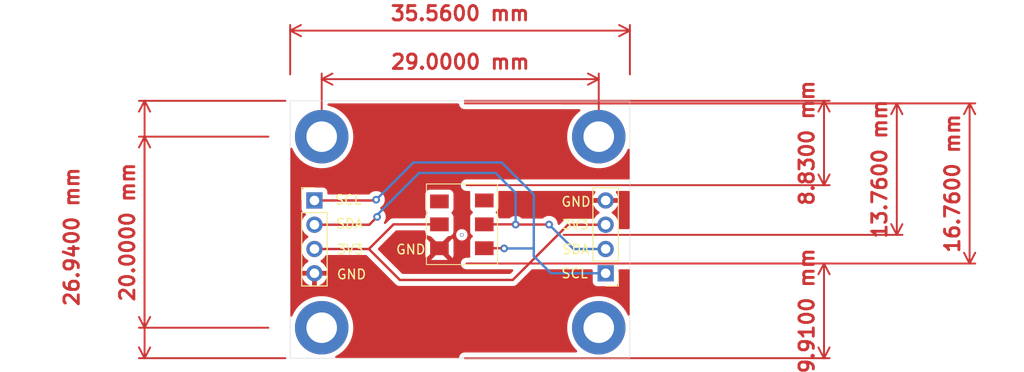
<source format=kicad_pcb>
(kicad_pcb (version 20221018) (generator pcbnew)
  (title_block (comment 4 "AISLER Project ID: LHCBXWYG"))
  (layers (0 "F.Cu" signal) (31 "B.Cu" signal) (34 "B.Paste" user) (35 "F.Paste" user) (36 "B.SilkS" user "B.Silkscreen") (37 "F.SilkS" user "F.Silkscreen") (38 "B.Mask" user) (39 "F.Mask" user) (44 "Edge.Cuts" user))
  (net 0 "")
  (net 1 "GND")
  (net 2 "3V3")
  (net 5 "SDA")
  (net 6 "SCL")
  (footprint "Connector_PinHeader_2.54mm:PinHeader_1x04_P2.54mm_Vertical" (layer "F.Cu") (at 142.24 106.68)
    (fp_text reference "J1" hide)
    (fp_text value "Screw_Terminal_01x04")
    (fp_line (start -1.33 -1.33) (end 0 -1.33) (stroke (width 0.12)) (layer "F.SilkS"))
    (fp_line (start -1.33 0) (end -1.33 -1.33) (stroke (width 0.12)) (layer "F.SilkS"))
    (fp_line (start -1.33 1.27) (end -1.33 8.95) (stroke (width 0.12)) (layer "F.SilkS"))
    (fp_line (start -1.33 1.27) (end 1.33 1.27) (stroke (width 0.12)) (layer "F.SilkS"))
    (fp_line (start -1.33 8.95) (end 1.33 8.95) (stroke (width 0.12)) (layer "F.SilkS"))
    (fp_line (start 1.33 1.27) (end 1.33 8.95) (stroke (width 0.12)) (layer "F.SilkS"))
    (pad "1" thru_hole rect (at 0 0) (size 1.7 1.7) (drill 1) (layers "*.Cu" "*.Mask") (net 6 "SCL"))
    (pad "2" thru_hole oval (at 0 2.54) (size 1.7 1.7) (drill 1) (layers "*.Cu" "*.Mask") (net 5 "SDA"))
    (pad "3" thru_hole oval (at 0 5.08) (size 1.7 1.7) (drill 1) (layers "*.Cu" "*.Mask") (net 2 "3V3"))
    (pad "4" thru_hole oval (at 0 7.62) (size 1.7 1.7) (drill 1) (layers "*.Cu" "*.Mask") (net 1 "GND"))
  )
  (footprint "custom:ABP2LANT010BG2A3XX" (layer "F.Cu") (at 154.07 113.28 90)
    (fp_text reference "S1" hide)
    (fp_text value "ABP2LANT010BG2A3XX")
    (fp_rect (start -0.11 -0.11) (end 8.33 7.33) (stroke (width 0.1)) (fill none) (layer "F.SilkS"))
    (pad "" thru_hole custom (at 3 3.6 90) (size 0.4 0.4) (drill 0.3) (layers "*.Cu" "*.Mask") (clearance 0.39) (options (clearance outline) (anchor circle)) (primitives))
    (pad "1" smd rect (at 1.6 1.25 90) (size 1.45 1.95) (layers "F.Cu" "F.Paste" "F.Mask") (net 1 "GND"))
    (pad "2" smd rect (at 4.1 1.25 90) (size 1.45 1.95) (layers "F.Cu" "F.Paste" "F.Mask") (net 2 "3V3"))
    (pad "3" smd rect (at 6.5 1.25 90) (size 1.45 1.95) (layers "F.Cu" "F.Paste" "F.Mask"))
    (pad "4" smd rect (at 6.6 5.95 90) (size 1.45 1.95) (layers "F.Cu" "F.Paste" "F.Mask"))
    (pad "5" smd rect (at 4.1 5.95 90) (size 1.45 1.95) (layers "F.Cu" "F.Paste" "F.Mask") (net 5 "SDA"))
    (pad "6" smd rect (at 1.6 5.95 90) (size 1.45 1.95) (layers "F.Cu" "F.Paste" "F.Mask") (net 6 "SCL"))
  )
  (footprint "Connector_PinHeader_2.54mm:PinHeader_1x04_P2.54mm_Vertical" (layer "F.Cu") (at 172.72 114.3 180)
    (fp_text reference "J2" hide)
    (fp_text value "Screw_Terminal_01x04")
    (fp_line (start -1.33 -1.33) (end 0 -1.33) (stroke (width 0.12)) (layer "F.SilkS"))
    (fp_line (start -1.33 0) (end -1.33 -1.33) (stroke (width 0.12)) (layer "F.SilkS"))
    (fp_line (start -1.33 1.27) (end -1.33 8.95) (stroke (width 0.12)) (layer "F.SilkS"))
    (fp_line (start -1.33 1.27) (end 1.33 1.27) (stroke (width 0.12)) (layer "F.SilkS"))
    (fp_line (start -1.33 8.95) (end 1.33 8.95) (stroke (width 0.12)) (layer "F.SilkS"))
    (fp_line (start 1.33 1.27) (end 1.33 8.95) (stroke (width 0.12)) (layer "F.SilkS"))
    (pad "1" thru_hole rect (at 0 0 180) (size 1.7 1.7) (drill 1) (layers "*.Cu" "*.Mask") (net 6 "SCL"))
    (pad "2" thru_hole oval (at 0 2.54 180) (size 1.7 1.7) (drill 1) (layers "*.Cu" "*.Mask") (net 5 "SDA"))
    (pad "3" thru_hole oval (at 0 5.08 180) (size 1.7 1.7) (drill 1) (layers "*.Cu" "*.Mask") (net 2 "3V3"))
    (pad "4" thru_hole oval (at 0 7.62 180) (size 1.7 1.7) (drill 1) (layers "*.Cu" "*.Mask") (net 1 "GND"))
  )
  (footprint "MountingHole:MountingHole_3.2mm_M3_DIN965_Pad" (layer "F.Cu") (at 143 120)
    (fp_text reference "REF**" hide)
    (fp_text value "MountingHole_3.2mm_M3_DIN965_Pad")
    (pad "1" thru_hole circle (at 0 0) (size 5.6 5.6) (drill 3.2) (layers "*.Cu" "*.Mask"))
  )
  (footprint "MountingHole:MountingHole_3.2mm_M3_DIN965_Pad" (layer "F.Cu") (at 172 120)
    (fp_text reference "REF**" hide)
    (fp_text value "MountingHole_3.2mm_M3_DIN965_Pad")
    (pad "1" thru_hole circle (at 0 0) (size 5.6 5.6) (drill 3.2) (layers "*.Cu" "*.Mask"))
  )
  (footprint "MountingHole:MountingHole_3.2mm_M3_DIN965_Pad" (layer "F.Cu") (at 143 100)
    (fp_text reference "REF**" hide)
    (fp_text value "MountingHole_3.2mm_M3_DIN965_Pad")
    (pad "1" thru_hole circle (at 0 0) (size 5.6 5.6) (drill 3.2) (layers "*.Cu" "*.Mask"))
  )
  (footprint "MountingHole:MountingHole_3.2mm_M3_DIN965_Pad" (layer "F.Cu") (at 172 100)
    (fp_text reference "REF**" hide)
    (fp_text value "MountingHole_3.2mm_M3_DIN965_Pad")
    (pad "1" thru_hole circle (at 0 0) (size 5.6 5.6) (drill 3.2) (layers "*.Cu" "*.Mask"))
  )
  (gr_rect (start 139.7 96.25) (end 175.26 123.19) (stroke (width 0.05)) (fill none) (layer "Edge.Cuts"))
  (gr_text "3V3" (at 168.1 109.8) (layer "F.SilkS") (effects (font (size 1 1)) (justify left bottom)))
  (gr_text "GND" (at 168 107.4) (layer "F.SilkS") (effects (font (size 1 1)) (justify left bottom)))
  (gr_text "SDA" (at 144.4 109.7) (layer "F.SilkS") (effects (font (size 1 1)) (justify left bottom)))
  (gr_text "SDA" (at 168.1 112.4) (layer "F.SilkS") (effects (font (size 1 1)) (justify left bottom)))
  (gr_text "GND" (at 144.5 115) (layer "F.SilkS") (effects (font (size 1 1)) (justify left bottom)))
  (gr_text "SCL" (at 168 114.9) (layer "F.SilkS") (effects (font (size 1 1)) (justify left bottom)))
  (gr_text "SCL" (at 144.3 107.2) (layer "F.SilkS") (effects (font (size 1 1)) (justify left bottom)))
  (gr_text "GND" (at 150.7 112.4) (layer "F.SilkS") (effects (font (size 1 1)) (justify left bottom)))
  (gr_text "3V3" (at 144.5 112.4) (layer "F.SilkS") (effects (font (size 1 1)) (justify left bottom)))
  (dimension (type aligned) (layer "F.Cu") (pts (xy 137.919999 100) (xy 137.919999 120)) (height 13.459999) (gr_text "20.0000 mm" (at 122.66 110 90) (layer "F.Cu") (effects (font (size 1.5 1.5) (thickness 0.3)))) (format (prefix "") (suffix "") (units 3) (units_format 1) (precision 4)) (style (thickness 0.2) (arrow_length 1.27) (text_position_mode 0) (extension_height 0.58642) (extension_offset 0.5) keep_text_aligned))
  (dimension (type aligned) (layer "F.Cu") (pts (xy 143 100) (xy 172 100)) (height -6.02) (gr_text "29.0000 mm" (at 157.5 92.18) (layer "F.Cu") (effects (font (size 1.5 1.5) (thickness 0.3)))) (format (prefix "") (suffix "") (units 3) (units_format 1) (precision 4)) (style (thickness 0.2) (arrow_length 1.27) (text_position_mode 0) (extension_height 0.58642) (extension_offset 0.5) keep_text_aligned))
  (dimension (type aligned) (layer "F.Cu") (pts (xy 139.7 123.19) (xy 139.7 96.25)) (height -15.24) (gr_text "26.9400 mm" (at 116.84 110.49 90) (layer "F.Cu") (effects (font (size 1.5 1.5) (thickness 0.3)))) (format (prefix "") (suffix "") (units 3) (units_format 1) (precision 4)) (style (thickness 0.2) (arrow_length 1.27) (text_position_mode 2) (extension_height 0.58642) (extension_offset 0.5) keep_text_aligned))
  (dimension (type aligned) (layer "F.Cu") (pts (xy 139.7 93.98) (xy 175.26 93.98)) (height -5.08) (gr_text "35.5600 mm" (at 157.48 87.1) (layer "F.Cu") (effects (font (size 1.5 1.5) (thickness 0.3)))) (format (prefix "") (suffix "") (units 3) (units_format 1) (precision 4)) (style (thickness 0.2) (arrow_length 1.27) (text_position_mode 0) (extension_height 0.58642) (extension_offset 0.5) keep_text_aligned))
  (dimension (type orthogonal) (layer "F.Cu") (pts (xy 157.67 105.08) (xy 157.48 96.25)) (height 37.91) (orientation 1) (gr_text "8.8300 mm" (at 193.78 100.665 90) (layer "F.Cu") (effects (font (size 1.5 1.5) (thickness 0.3)))) (format (prefix "") (suffix "") (units 3) (units_format 1) (precision 4)) (style (thickness 0.2) (arrow_length 1.27) (text_position_mode 0) (extension_height 0.58642) (extension_offset 0.5) keep_text_aligned))
  (dimension (type orthogonal) (layer "F.Cu") (pts (xy 157.67 113.28) (xy 157.48 96.52)) (height 53.15) (orientation 1) (gr_text "16.7600 mm" (at 209.02 104.9 90) (layer "F.Cu") (effects (font (size 1.5 1.5) (thickness 0.3)))) (format (prefix "") (suffix "") (units 3) (units_format 1) (precision 4)) (style (thickness 0.2) (arrow_length 1.27) (text_position_mode 0) (extension_height 0.58642) (extension_offset 0.5) keep_text_aligned))
  (dimension (type orthogonal) (layer "F.Cu") (pts (xy 167.83 110.28) (xy 167.64 96.52)) (height 35.37) (orientation 1) (gr_text "13.7600 mm" (at 201.4 103.4 90) (layer "F.Cu") (effects (font (size 1.5 1.5) (thickness 0.3)))) (format (prefix "") (suffix "") (units 3) (units_format 1) (precision 4)) (style (thickness 0.2) (arrow_length 1.27) (text_position_mode 0) (extension_height 0.58642) (extension_offset 0.5) keep_text_aligned))
  (dimension (type orthogonal) (layer "F.Cu") (pts (xy 157.67 113.28) (xy 157.48 123.19)) (height 37.91) (orientation 1) (gr_text "9.9100 mm" (at 193.78 118.235 90) (layer "F.Cu") (effects (font (size 1.5 1.5) (thickness 0.3)))) (format (prefix "") (suffix "") (units 3) (units_format 1) (precision 4)) (style (thickness 0.2) (arrow_length 1.27) (text_position_mode 0) (extension_height 0.58642) (extension_offset 0.5) keep_text_aligned))
  (segment (start 150.52 109.18) (end 155.32 109.18) (width 0.25) (layer "F.Cu") (net 2))
  (segment (start 163 115) (end 168.78 109.22) (width 0.25) (layer "F.Cu") (net 2))
  (segment (start 142.24 111.76) (end 147.94 111.76) (width 0.25) (layer "F.Cu") (net 2))
  (segment (start 151.18 115) (end 163 115) (width 0.25) (layer "F.Cu") (net 2))
  (segment (start 147.94 111.76) (end 150.52 109.18) (width 0.25) (layer "F.Cu") (net 2))
  (segment (start 168.78 109.22) (end 172.72 109.22) (width 0.25) (layer "F.Cu") (net 2))
  (segment (start 147.94 111.76) (end 151.18 115) (width 0.25) (layer "F.Cu") (net 2))
  (segment (start 163.3 109.2) (end 163.28 109.18) (width 0.25) (layer "F.Cu") (net 5))
  (segment (start 147.98 109.22) (end 142.24 109.22) (width 0.25) (layer "F.Cu") (net 5))
  (segment (start 163.3 109.2) (end 166.8 109.2) (width 0.25) (layer "F.Cu") (net 5))
  (segment (start 163.28 109.18) (end 160.02 109.18) (width 0.25) (layer "F.Cu") (net 5))
  (segment (start 148.8 108.4) (end 147.98 109.22) (width 0.25) (layer "F.Cu") (net 5))
  (via (at 163.3 109.2) (size 0.8) (drill 0.4) (layers "F.Cu" "B.Cu") (net 5))
  (via (at 148.8 108.4) (size 0.8) (drill 0.4) (layers "F.Cu" "B.Cu") (net 5))
  (via (at 166.8 109.2) (size 0.8) (drill 0.4) (layers "F.Cu" "B.Cu") (net 5))
  (segment (start 161.2 103.8) (end 163.3 105.9) (width 0.25) (layer "B.Cu") (net 5))
  (segment (start 163.3 105.9) (end 163.3 109.2) (width 0.25) (layer "B.Cu") (net 5))
  (segment (start 148.8 108.2) (end 153.2 103.8) (width 0.25) (layer "B.Cu") (net 5))
  (segment (start 148.8 108.4) (end 148.8 108.2) (width 0.25) (layer "B.Cu") (net 5))
  (segment (start 166.8 109.2) (end 169.36 111.76) (width 0.25) (layer "B.Cu") (net 5))
  (segment (start 169.36 111.76) (end 172.72 111.76) (width 0.25) (layer "B.Cu") (net 5))
  (segment (start 153.2 103.8) (end 161.2 103.8) (width 0.25) (layer "B.Cu") (net 5))
  (segment (start 160.02 111.68) (end 162.08 111.68) (width 0.25) (layer "F.Cu") (net 6))
  (segment (start 148.62 106.68) (end 142.24 106.68) (width 0.25) (layer "F.Cu") (net 6))
  (segment (start 148.7 106.6) (end 148.62 106.68) (width 0.25) (layer "F.Cu") (net 6))
  (segment (start 162.08 111.68) (end 162.1 111.7) (width 0.25) (layer "F.Cu") (net 6))
  (via (at 148.7 106.6) (size 0.8) (drill 0.4) (layers "F.Cu" "B.Cu") (net 6))
  (via (at 162.1 111.7) (size 0.8) (drill 0.4) (layers "F.Cu" "B.Cu") (net 6))
  (segment (start 165.2 106.063604) (end 165.2 111.6) (width 0.25) (layer "B.Cu") (net 6))
  (segment (start 167 114.3) (end 172.72 114.3) (width 0.25) (layer "B.Cu") (net 6))
  (segment (start 165.2 111.6) (end 165.2 112.5) (width 0.25) (layer "B.Cu") (net 6))
  (segment (start 165.1 111.7) (end 165.2 111.6) (width 0.25) (layer "B.Cu") (net 6))
  (segment (start 148.7 106.6) (end 152.6 102.7) (width 0.25) (layer "B.Cu") (net 6))
  (segment (start 161.836396 102.7) (end 165.2 106.063604) (width 0.25) (layer "B.Cu") (net 6))
  (segment (start 152.6 102.7) (end 161.836396 102.7) (width 0.25) (layer "B.Cu") (net 6))
  (segment (start 165.2 112.5) (end 167 114.3) (width 0.25) (layer "B.Cu") (net 6))
  (segment (start 162.1 111.7) (end 165.1 111.7) (width 0.25) (layer "B.Cu") (net 6))
  (zone (net 1) (net_name "GND") (layer "F.Cu") (connect_pads (clearance 0.5)) (min_thickness 0.25) (fill yes (thermal_gap 0.5) (thermal_bridge_width 0.5))
    (polygon (pts (xy 152.4 96.52) (xy 139.7 96.52) (xy 139.7 123.19) (xy 175.26 123.19) (xy 175.26 96.52)))
  )
)
</source>
